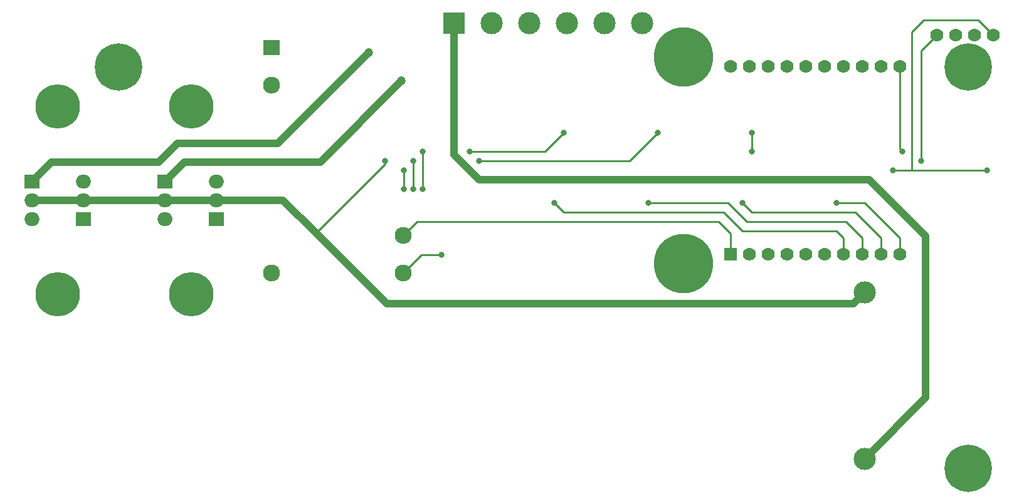
<source format=gbr>
%TF.GenerationSoftware,KiCad,Pcbnew,(7.0.0)*%
%TF.CreationDate,2024-03-10T11:48:43+01:00*%
%TF.ProjectId,bed-smart-plug,6265642d-736d-4617-9274-2d706c75672e,rev?*%
%TF.SameCoordinates,Original*%
%TF.FileFunction,Copper,L2,Bot*%
%TF.FilePolarity,Positive*%
%FSLAX46Y46*%
G04 Gerber Fmt 4.6, Leading zero omitted, Abs format (unit mm)*
G04 Created by KiCad (PCBNEW (7.0.0)) date 2024-03-10 11:48:43*
%MOMM*%
%LPD*%
G01*
G04 APERTURE LIST*
%TA.AperFunction,ComponentPad*%
%ADD10R,3.000000X3.000000*%
%TD*%
%TA.AperFunction,ComponentPad*%
%ADD11C,3.000000*%
%TD*%
%TA.AperFunction,ComponentPad*%
%ADD12C,6.400000*%
%TD*%
%TA.AperFunction,ComponentPad*%
%ADD13R,1.778000X1.778000*%
%TD*%
%TA.AperFunction,ComponentPad*%
%ADD14C,1.778000*%
%TD*%
%TA.AperFunction,ComponentPad*%
%ADD15R,2.000000X1.905000*%
%TD*%
%TA.AperFunction,ComponentPad*%
%ADD16O,2.000000X1.905000*%
%TD*%
%TA.AperFunction,ComponentPad*%
%ADD17R,2.300000X2.000000*%
%TD*%
%TA.AperFunction,ComponentPad*%
%ADD18C,2.300000*%
%TD*%
%TA.AperFunction,ComponentPad*%
%ADD19C,6.000000*%
%TD*%
%TA.AperFunction,ComponentPad*%
%ADD20C,8.000000*%
%TD*%
%TA.AperFunction,ViaPad*%
%ADD21C,0.800000*%
%TD*%
%TA.AperFunction,ViaPad*%
%ADD22C,1.200000*%
%TD*%
%TA.AperFunction,Conductor*%
%ADD23C,0.250000*%
%TD*%
%TA.AperFunction,Conductor*%
%ADD24C,1.000000*%
%TD*%
G04 APERTURE END LIST*
D10*
%TO.P,J2,1,Pin_1*%
%TO.N,LINE*%
X139779999Y-55499999D03*
D11*
%TO.P,J2,2,Pin_2*%
%TO.N,NEUT*%
X144860000Y-55500000D03*
%TO.P,J2,3,Pin_3*%
%TO.N,Net-(J2-Pin_3)*%
X149940000Y-55500000D03*
%TO.P,J2,4,Pin_4*%
%TO.N,Net-(J2-Pin_4)*%
X155020000Y-55500000D03*
%TO.P,J2,5,Pin_5*%
%TO.N,Net-(J2-Pin_5)*%
X160100000Y-55500000D03*
%TO.P,J2,6,Pin_6*%
%TO.N,Net-(J2-Pin_6)*%
X165180000Y-55500000D03*
%TD*%
D12*
%TO.P,,1*%
%TO.N,N/C*%
X209275000Y-115725000D03*
%TD*%
D13*
%TO.P,U1,1,+5V*%
%TO.N,+5V*%
X177134999Y-86729999D03*
D14*
%TO.P,U1,2,+3.3V_(out)*%
%TO.N,+3V3*%
X179675000Y-86730000D03*
%TO.P,U1,3,GND*%
%TO.N,GND*%
X182215000Y-86730000D03*
%TO.P,U1,4,ESP_EN*%
%TO.N,unconnected-(U1-ESP_EN-Pad4)*%
X184755000Y-86730000D03*
%TO.P,U1,5,GPIO0*%
%TO.N,unconnected-(U1-GPIO0-Pad5)*%
X187295000Y-86730000D03*
%TO.P,U1,6,GPIO1*%
%TO.N,unconnected-(U1-GPIO1-Pad6)*%
X189835000Y-86730000D03*
%TO.P,U1,7,GPIO2*%
%TO.N,Net-(U1-GPIO2)*%
X192375000Y-86730000D03*
%TO.P,U1,8,GPIO3*%
%TO.N,Net-(U1-GPIO3)*%
X194915000Y-86730000D03*
%TO.P,U1,9,GPIO4*%
%TO.N,Net-(U1-GPIO4)*%
X197455000Y-86730000D03*
%TO.P,U1,10,GPIO5*%
%TO.N,Net-(U1-GPIO5)*%
X199995000Y-86730000D03*
%TO.P,U1,11,GPIO13*%
%TO.N,Net-(U1-GPIO13)*%
X199995000Y-61330000D03*
%TO.P,U1,12,GPIO14*%
%TO.N,unconnected-(U1-GPIO14-Pad12)*%
X197455000Y-61330000D03*
%TO.P,U1,13,GPIO15*%
%TO.N,unconnected-(U1-GPIO15-Pad13)*%
X194915000Y-61330000D03*
%TO.P,U1,14,GPIO16*%
%TO.N,unconnected-(U1-GPIO16-Pad14)*%
X192375000Y-61330000D03*
%TO.P,U1,15,GPIO32*%
%TO.N,unconnected-(U1-GPIO32-Pad15)*%
X189835000Y-61330000D03*
%TO.P,U1,16,GPIO33*%
%TO.N,unconnected-(U1-GPIO33-Pad16)*%
X187295000Y-61330000D03*
%TO.P,U1,17,GPIO34*%
%TO.N,unconnected-(U1-GPIO34-Pad17)*%
X184755000Y-61330000D03*
%TO.P,U1,18,GPIO35*%
%TO.N,unconnected-(U1-GPIO35-Pad18)*%
X182215000Y-61330000D03*
%TO.P,U1,19,GPIO36*%
%TO.N,Net-(U1-GPIO36)*%
X179675000Y-61330000D03*
%TO.P,U1,20,GPIO39*%
%TO.N,unconnected-(U1-GPIO39-Pad20)*%
X177135000Y-61330000D03*
%TD*%
D12*
%TO.P,,1*%
%TO.N,N/C*%
X94525000Y-61475000D03*
%TD*%
D14*
%TO.P,U2,1,VCC*%
%TO.N,+3V3*%
X205020000Y-57150000D03*
%TO.P,U2,2,DATA*%
%TO.N,Net-(R2-Pad2)*%
X207560000Y-57150000D03*
%TO.P,U2,3,DATA*%
X210100000Y-57150000D03*
%TO.P,U2,4,GND*%
%TO.N,GND*%
X212640000Y-57150000D03*
%TD*%
D15*
%TO.P,Q3,1,A1*%
%TO.N,Net-(J2-Pin_5)*%
X100814999Y-76919999D03*
D16*
%TO.P,Q3,2,A2*%
%TO.N,Net-(Q1-A2)*%
X100814999Y-79459999D03*
%TO.P,Q3,3,G*%
%TO.N,Net-(Q3-G)*%
X100814999Y-81999999D03*
%TD*%
D15*
%TO.P,Q4,1,A1*%
%TO.N,Net-(J2-Pin_6)*%
X107749999Y-81989999D03*
D16*
%TO.P,Q4,2,A2*%
%TO.N,Net-(Q1-A2)*%
X107749999Y-79449999D03*
%TO.P,Q4,3,G*%
%TO.N,Net-(Q4-G)*%
X107749999Y-76909999D03*
%TD*%
D15*
%TO.P,Q2,1,A1*%
%TO.N,Net-(J2-Pin_4)*%
X89744999Y-82049999D03*
D16*
%TO.P,Q2,2,A2*%
%TO.N,Net-(Q1-A2)*%
X89744999Y-79509999D03*
%TO.P,Q2,3,G*%
%TO.N,Net-(Q2-G)*%
X89744999Y-76969999D03*
%TD*%
D17*
%TO.P,PS1,1,AC/L*%
%TO.N,LINE*%
X115199999Y-58819999D03*
D18*
%TO.P,PS1,3,AC/N*%
%TO.N,NEUT*%
X115200000Y-63900000D03*
%TO.P,PS1,5,NC*%
%TO.N,unconnected-(PS1-NC-Pad5)*%
X115200000Y-89300000D03*
%TO.P,PS1,14,-Vo*%
%TO.N,GND*%
X132980000Y-89300000D03*
%TO.P,PS1,16,+Vo*%
%TO.N,+5V*%
X132980000Y-84220000D03*
%TD*%
D19*
%TO.P,HS1,1*%
%TO.N,N/C*%
X86295000Y-66820000D03*
X86295000Y-92220000D03*
%TD*%
D20*
%TO.P,,1*%
%TO.N,N/C*%
X170785000Y-60060000D03*
%TD*%
D15*
%TO.P,Q1,1,A1*%
%TO.N,Net-(J2-Pin_3)*%
X82809999Y-76979999D03*
D16*
%TO.P,Q1,2,A2*%
%TO.N,Net-(Q1-A2)*%
X82809999Y-79519999D03*
%TO.P,Q1,3,G*%
%TO.N,Net-(Q1-G)*%
X82809999Y-82059999D03*
%TD*%
D12*
%TO.P,,1*%
%TO.N,N/C*%
X209275000Y-61475000D03*
%TD*%
D19*
%TO.P,HS2,1*%
%TO.N,N/C*%
X104300000Y-66760000D03*
X104300000Y-92160000D03*
%TD*%
D11*
%TO.P,F1,1*%
%TO.N,LINE*%
X195260000Y-114430000D03*
%TO.P,F1,2*%
%TO.N,Net-(Q1-A2)*%
X195260000Y-91930000D03*
%TD*%
D20*
%TO.P,,1*%
%TO.N,N/C*%
X170785000Y-88000000D03*
%TD*%
D21*
%TO.N,GND*%
X138110000Y-86850000D03*
X199070000Y-75420000D03*
X211770000Y-75420000D03*
%TO.N,Net-(Q1-A2)*%
X130490000Y-74150000D03*
%TO.N,Net-(U1-GPIO13)*%
X200340000Y-72880000D03*
%TO.N,+3V3*%
X202880000Y-74150000D03*
D22*
%TO.N,Net-(J2-Pin_3)*%
X128267500Y-59545000D03*
%TO.N,Net-(J2-Pin_5)*%
X132712500Y-63355000D03*
D21*
%TO.N,Net-(Q1-G)*%
X154620000Y-70340000D03*
X141920000Y-72880000D03*
X135570000Y-77960000D03*
X135570000Y-72880000D03*
%TO.N,Net-(Q2-G)*%
X134300000Y-77960000D03*
X143190000Y-74150000D03*
X134300000Y-74150000D03*
X167320000Y-70340000D03*
%TO.N,Net-(Q3-G)*%
X180020000Y-70340000D03*
X180020000Y-72880000D03*
X133030000Y-75420000D03*
X133030000Y-77960000D03*
%TO.N,Net-(U1-GPIO2)*%
X153350000Y-79865000D03*
%TO.N,Net-(U1-GPIO3)*%
X166050000Y-79865000D03*
%TO.N,Net-(U1-GPIO4)*%
X178750000Y-79865000D03*
%TO.N,Net-(U1-GPIO5)*%
X191450000Y-79865000D03*
%TD*%
D23*
%TO.N,GND*%
X203200000Y-55100000D02*
X201610000Y-56690000D01*
X201610000Y-56690000D02*
X201610000Y-75420000D01*
X135430000Y-86850000D02*
X132980000Y-89300000D01*
X210590000Y-55100000D02*
X203200000Y-55100000D01*
X138110000Y-86850000D02*
X135430000Y-86850000D01*
X212640000Y-57150000D02*
X210590000Y-55100000D01*
X199070000Y-75420000D02*
X201610000Y-75420000D01*
X201610000Y-75420000D02*
X211770000Y-75420000D01*
D24*
%TO.N,LINE*%
X143190000Y-76690000D02*
X139780000Y-73280000D01*
X195895000Y-76690000D02*
X143190000Y-76690000D01*
X139780000Y-73280000D02*
X139780000Y-55500000D01*
X203515000Y-106175000D02*
X203515000Y-84310000D01*
X203515000Y-84310000D02*
X195895000Y-76690000D01*
X195260000Y-114430000D02*
X203515000Y-106175000D01*
%TO.N,Net-(Q1-A2)*%
X89795000Y-79460000D02*
X89745000Y-79510000D01*
X130720000Y-93430000D02*
X193760000Y-93430000D01*
X107750000Y-79450000D02*
X116740000Y-79450000D01*
X100825000Y-79450000D02*
X100815000Y-79460000D01*
X107750000Y-79450000D02*
X100825000Y-79450000D01*
X82820000Y-79510000D02*
X82810000Y-79520000D01*
X193760000Y-93430000D02*
X195260000Y-91930000D01*
X116740000Y-79450000D02*
X121197500Y-83907500D01*
X100815000Y-79460000D02*
X89795000Y-79460000D01*
D23*
X130490000Y-74615000D02*
X121197500Y-83907500D01*
D24*
X121197500Y-83907500D02*
X130720000Y-93430000D01*
D23*
X130490000Y-74150000D02*
X130490000Y-74615000D01*
D24*
X89745000Y-79510000D02*
X82820000Y-79510000D01*
D23*
%TO.N,Net-(U1-GPIO13)*%
X199995000Y-61330000D02*
X199995000Y-72535000D01*
X199995000Y-72535000D02*
X200340000Y-72880000D01*
%TO.N,+3V3*%
X202880000Y-59290000D02*
X202880000Y-74150000D01*
X205020000Y-57150000D02*
X202880000Y-59290000D01*
D24*
%TO.N,Net-(J2-Pin_3)*%
X116057500Y-71755000D02*
X128267500Y-59545000D01*
X102463972Y-71755000D02*
X116057500Y-71755000D01*
X82810000Y-76980000D02*
X85495000Y-74295000D01*
X85495000Y-74295000D02*
X99923972Y-74295000D01*
X99923972Y-74295000D02*
X102463972Y-71755000D01*
%TO.N,Net-(J2-Pin_5)*%
X103440000Y-74295000D02*
X121772500Y-74295000D01*
X121772500Y-74295000D02*
X132712500Y-63355000D01*
X100815000Y-76920000D02*
X103440000Y-74295000D01*
D23*
%TO.N,+5V*%
X134795000Y-82405000D02*
X132980000Y-84220000D01*
X175575000Y-82405000D02*
X134795000Y-82405000D01*
X177135000Y-86730000D02*
X177135000Y-83965000D01*
X177135000Y-83965000D02*
X175575000Y-82405000D01*
%TO.N,Net-(Q1-G)*%
X141920000Y-72880000D02*
X152080000Y-72880000D01*
X154620000Y-70340000D02*
X152080000Y-72880000D01*
X135570000Y-72880000D02*
X135570000Y-77960000D01*
%TO.N,Net-(Q2-G)*%
X167320000Y-70340000D02*
X163510000Y-74150000D01*
X143190000Y-74150000D02*
X163510000Y-74150000D01*
X134300000Y-74150000D02*
X134300000Y-77960000D01*
%TO.N,Net-(Q3-G)*%
X133030000Y-75420000D02*
X133030000Y-77960000D01*
X180020000Y-70340000D02*
X180020000Y-72880000D01*
%TO.N,Net-(U1-GPIO2)*%
X154620000Y-81135000D02*
X153350000Y-79865000D01*
X176210000Y-81135000D02*
X154620000Y-81135000D01*
X192375000Y-86730000D02*
X192375000Y-84600000D01*
X192375000Y-84600000D02*
X191450000Y-83675000D01*
X191450000Y-83675000D02*
X178750000Y-83675000D01*
X178750000Y-83675000D02*
X176210000Y-81135000D01*
%TO.N,Net-(U1-GPIO3)*%
X194915000Y-84600000D02*
X192720000Y-82405000D01*
X176845000Y-79865000D02*
X166050000Y-79865000D01*
X192720000Y-82405000D02*
X179385000Y-82405000D01*
X194915000Y-86730000D02*
X194915000Y-84600000D01*
X179385000Y-82405000D02*
X176845000Y-79865000D01*
%TO.N,Net-(U1-GPIO4)*%
X197455000Y-86730000D02*
X197455000Y-84600000D01*
X180020000Y-81135000D02*
X178750000Y-79865000D01*
X197455000Y-84600000D02*
X193990000Y-81135000D01*
X193990000Y-81135000D02*
X180020000Y-81135000D01*
%TO.N,Net-(U1-GPIO5)*%
X195260000Y-79865000D02*
X191450000Y-79865000D01*
X199995000Y-84600000D02*
X195260000Y-79865000D01*
X199995000Y-86730000D02*
X199995000Y-84600000D01*
%TD*%
M02*

</source>
